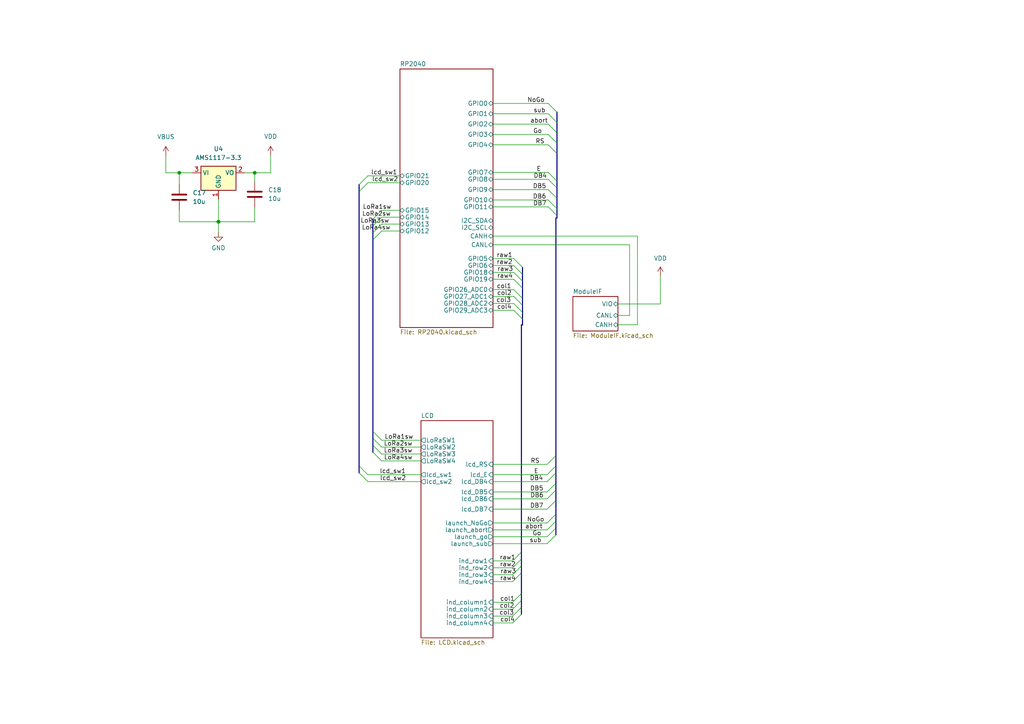
<source format=kicad_sch>
(kicad_sch (version 20231120) (generator "eeschema") (generator_version "8.0")
  (paper "A4")
  (lib_symbols
    (symbol "Device:C" (pin_numbers hide) (pin_names (offset 0.254))
      (property "Reference" "C" (at 0.635 2.54 0))
      (property "Value" "C" (at 0.635 -2.54 0))
      (symbol "C_0_1"
        (polyline (pts (xy -2.032 -0.762) (xy 2.032 -0.762)) (stroke (width 0.508)))
        (polyline (pts (xy -2.032 0.762) (xy 2.032 0.762)) (stroke (width 0.508)))
      )
      (symbol "C_1_1"
        (pin passive line (at 0 3.81 270) (length 2.794) (name "~") (number "1"))
        (pin passive line (at 0 -3.81 90) (length 2.794) (name "~") (number "2"))
      )
    )
    (symbol "Regulator_Linear:AMS1117-3.3"
      (property "Reference" "U" (at -3.81 3.175 0))
      (property "Value" "AMS1117-3.3" (at 0 3.175 0))
      (symbol "AMS1117-3.3_0_1"
        (rectangle (start -5.08 -5.08) (end 5.08 1.905) (stroke (width 0.254)) (fill (type background)))
      )
      (symbol "AMS1117-3.3_1_1"
        (pin power_in line (at 0 -7.62 90) (length 2.54) (name "GND") (number "1"))
        (pin power_out line (at 7.62 0 180) (length 2.54) (name "VO") (number "2"))
        (pin power_in line (at -7.62 0 0) (length 2.54) (name "VI") (number "3"))
      )
    )
    (symbol "power:GND" (power) (pin_numbers hide) (pin_names (offset 0) hide)
      (property "Value" "GND" (at 0 -3.81 0))
      (symbol "GND_0_1"
        (polyline (pts (xy 0 0) (xy 0 -1.27) (xy 1.27 -1.27) (xy 0 -2.54) (xy -1.27 -1.27) (xy 0 -1.27)))
      )
      (symbol "GND_1_1"
        (pin power_in line (at 0 0 270) (length 0) (name "~") (number "1"))
      )
    )
    (symbol "power:VBUS" (power) (pin_numbers hide) (pin_names (offset 0) hide)
      (property "Value" "VBUS" (at 0 3.556 0))
      (symbol "VBUS_0_1"
        (polyline (pts (xy -0.762 1.27) (xy 0 2.54)))
        (polyline (pts (xy 0 0) (xy 0 2.54)))
        (polyline (pts (xy 0 2.54) (xy 0.762 1.27)))
      )
      (symbol "VBUS_1_1"
        (pin power_in line (at 0 0 90) (length 0) (name "~") (number "1"))
      )
    )
    (symbol "power:VDD" (power) (pin_numbers hide) (pin_names (offset 0) hide)
      (property "Value" "VDD" (at 0 3.556 0))
      (symbol "VDD_0_1"
        (polyline (pts (xy -0.762 1.27) (xy 0 2.54)))
        (polyline (pts (xy 0 0) (xy 0 2.54)))
        (polyline (pts (xy 0 2.54) (xy 0.762 1.27)))
      )
      (symbol "VDD_1_1"
        (pin power_in line (at 0 0 90) (length 0) (name "~") (number "1"))
      )
    )
  )
  (junction (at 63.3558 64.321))
  (junction (at 51.9922 50.1168))
  (junction (at 63.3654 64.321))
  (junction (at 73.8799 50.1168))
  (bus_entry (at 149.0074 84) (size 2.54 2.54))
  (bus_entry (at 148.6931 178.6815) (size 2.54 -2.54))
  (bus_entry (at 158.6931 155.6815) (size 2.54 -2.54))
  (bus_entry (at 149.0179 88.0472) (size 2.54 2.54))
  (bus_entry (at 159.0074 50) (size 2.54 2.54))
  (bus_entry (at 158.6931 147.6815) (size 2.54 -2.54))
  (bus_entry (at 159.0074 33) (size 2.54 2.54))
  (bus_entry (at 110.691 61.013) (size -2.54 2.54))
  (bus_entry (at 159.0074 52) (size 2.54 2.54))
  (bus_entry (at 158.6931 153.6815) (size 2.54 -2.54))
  (bus_entry (at 158.6931 157.6815) (size 2.54 -2.54))
  (bus_entry (at 159.0074 42) (size 2.54 2.54))
  (bus_entry (at 110.6931 129.6815) (size -2.54 -2.54))
  (bus_entry (at 110.6931 65) (size -2.54 2.54))
  (bus_entry (at 110.691 63) (size -2.54 2.54))
  (bus_entry (at 106.6931 53) (size -2.54 2.54))
  (bus_entry (at 148.6931 176.6815) (size 2.54 -2.54))
  (bus_entry (at 110.6931 127.6815) (size -2.54 -2.54))
  (bus_entry (at 159.0074 30) (size 2.54 2.54))
  (bus_entry (at 106.6976 51) (size -2.54 2.54))
  (bus_entry (at 158.6931 137.6815) (size 2.54 -2.54))
  (bus_entry (at 159.0074 36) (size 2.54 2.54))
  (bus_entry (at 159.0074 58) (size 2.54 2.54))
  (bus_entry (at 110.6931 67.0272) (size -2.54 2.54))
  (bus_entry (at 148.6931 162.6815) (size 2.54 -2.54))
  (bus_entry (at 106.6931 139.6815) (size -2.54 -2.54))
  (bus_entry (at 149.0074 75) (size 2.54 2.54))
  (bus_entry (at 158.6931 151.6815) (size 2.54 -2.54))
  (bus_entry (at 149.0074 90) (size 2.54 2.54))
  (bus_entry (at 110.6931 133.6815) (size -2.54 -2.54))
  (bus_entry (at 149.0074 81) (size 2.54 2.54))
  (bus_entry (at 158.6931 134.6815) (size 2.54 -2.54))
  (bus_entry (at 148.6931 164.6815) (size 2.54 -2.54))
  (bus_entry (at 148.6931 180.6815) (size 2.54 -2.54))
  (bus_entry (at 149.0074 86) (size 2.54 2.54))
  (bus_entry (at 106.6931 137.6815) (size -2.54 -2.54))
  (bus_entry (at 148.6931 174.6815) (size 2.54 -2.54))
  (bus_entry (at 148.6931 168.6815) (size 2.54 -2.54))
  (bus_entry (at 149.0074 79) (size 2.54 2.54))
  (bus_entry (at 159.0074 55) (size 2.54 2.54))
  (bus_entry (at 148.6931 166.6815) (size 2.54 -2.54))
  (bus_entry (at 158.6931 142.6815) (size 2.54 -2.54))
  (bus_entry (at 159.0074 39) (size 2.54 2.54))
  (bus_entry (at 158.6931 144.6815) (size 2.54 -2.54))
  (bus_entry (at 149.0048 77.033) (size 2.54 2.54))
  (bus_entry (at 110.6931 131.6815) (size -2.54 -2.54))
  (bus_entry (at 159.0074 60) (size 2.54 2.54))
  (bus_entry (at 158.6931 139.6815) (size 2.54 -2.54))
  (wire (pts (xy 143 68.4837) (xy 184.8852 68.4837)))
  (bus (pts (xy 151.2331 164.1415) (xy 151.2331 166.1415)))
  (wire (pts (xy 143 30) (xy 159.0074 30)))
  (bus (pts (xy 161.5474 60.54) (xy 161.5474 62.54)))
  (bus (pts (xy 161.5474 52.54) (xy 161.5474 54.54)))
  (wire (pts (xy 143 166.6815) (xy 148.6931 166.6815)))
  (wire (pts (xy 51.9922 61.01) (xy 51.9922 64.321)))
  (bus (pts (xy 161.5474 38.54) (xy 161.5474 41.54)))
  (wire (pts (xy 184.8852 68.4837) (xy 184.8852 94.1947)))
  (wire (pts (xy 63.3558 64.321) (xy 63.3558 67.5045)))
  (bus (pts (xy 161.5474 57.54) (xy 161.5474 60.54)))
  (wire (pts (xy 110.691 61) (xy 116 61)))
  (bus (pts (xy 151.5474 86.54) (xy 151.5474 88.54)))
  (bus (pts (xy 108.151 66.8403) (xy 108.151 65.54)))
  (wire (pts (xy 182.6056 71) (xy 182.6056 91.4858)))
  (bus (pts (xy 104.1531 55.54) (xy 104.1531 135.1415)))
  (wire (pts (xy 143 50) (xy 159.0074 50)))
  (wire (pts (xy 48.0985 50.1168) (xy 48.0985 45.0469)))
  (wire (pts (xy 51.9922 50.1168) (xy 55.7454 50.1168)))
  (wire (pts (xy 143 77) (xy 148.9996 77)))
  (wire (pts (xy 143 71) (xy 182.6056 71)))
  (bus (pts (xy 151.5448 80.2215) (xy 151.5448 79.573)))
  (wire (pts (xy 143 155.6815) (xy 158.6931 155.6815)))
  (bus (pts (xy 108.1531 69.5672) (xy 108.1531 67.54)))
  (wire (pts (xy 143 142.6815) (xy 158.6931 142.6815)))
  (wire (pts (xy 143 164.6815) (xy 148.6931 164.6815)))
  (bus (pts (xy 151.2331 162.1415) (xy 151.2331 164.1415)))
  (bus (pts (xy 161.2331 142.1415) (xy 161.2331 145.1415)))
  (wire (pts (xy 143 33) (xy 159.0074 33)))
  (wire (pts (xy 110.691 63) (xy 116 63)))
  (bus (pts (xy 151.5579 90.2215) (xy 151.5579 90.5872)))
  (bus (pts (xy 151.5474 88.54) (xy 151.5474 90.2215)))
  (wire (pts (xy 143 157.6815) (xy 158.6931 157.6815)))
  (bus (pts (xy 108.1531 125.1415) (xy 108.1531 127.1415)))
  (wire (pts (xy 110.6931 67) (xy 116 67)))
  (wire (pts (xy 143 86) (xy 149.0074 86)))
  (wire (pts (xy 73.8604 60.1688) (xy 73.8799 60.1688)))
  (wire (pts (xy 143 168.6815) (xy 148.6931 168.6815)))
  (bus (pts (xy 151.5579 90.5872) (xy 151.5579 91.2215)))
  (wire (pts (xy 143 162.6815) (xy 148.6931 162.6815)))
  (wire (pts (xy 63.3654 64.321) (xy 73.8604 64.321)))
  (wire (pts (xy 73.8799 50.1168) (xy 78.4803 50.1168)))
  (wire (pts (xy 63.3558 64.321) (xy 63.3654 64.321)))
  (wire (pts (xy 148.9996 77.033) (xy 149.0048 77.033)))
  (bus (pts (xy 151.2331 166.1415) (xy 151.2331 172.1415)))
  (wire (pts (xy 73.8799 52.5488) (xy 73.8799 50.1168)))
  (wire (pts (xy 143 52) (xy 159.0074 52)))
  (bus (pts (xy 161.2331 149.1415) (xy 161.2331 151.1415)))
  (wire (pts (xy 73.8604 64.321) (xy 73.8604 60.1688)))
  (wire (pts (xy 143 139.6815) (xy 158.6931 139.6815)))
  (bus (pts (xy 151.2331 174.1415) (xy 151.2331 176.1415)))
  (wire (pts (xy 148.9996 77) (xy 148.9996 77.033)))
  (bus (pts (xy 161.5474 62.54) (xy 161.5474 63.2215)))
  (wire (pts (xy 110.6931 131.6815) (xy 122.0973 131.6815)))
  (wire (pts (xy 143 174.6815) (xy 148.6931 174.6815)))
  (bus (pts (xy 161.2331 132.1415) (xy 161.2331 135.1415)))
  (bus (pts (xy 151.5448 78.2215) (xy 151.5474 78.2215)))
  (wire (pts (xy 106.6931 139.6815) (xy 122.0973 139.6815)))
  (bus (pts (xy 104.1531 135.1415) (xy 104.1531 137.1415)))
  (wire (pts (xy 110.6931 67.0272) (xy 110.6931 67)))
  (bus (pts (xy 151.2331 176.1415) (xy 151.2331 178.1415)))
  (bus (pts (xy 151.5474 80.2215) (xy 151.5474 81.54)))
  (bus (pts (xy 161.2331 140.1415) (xy 161.2331 142.1415)))
  (wire (pts (xy 110.6931 127.6815) (xy 122.0973 127.6815)))
  (bus (pts (xy 108.1531 69.5672) (xy 108.1531 125.1415)))
  (wire (pts (xy 143 144.6815) (xy 158.6931 144.6815)))
  (wire (pts (xy 63.3654 57.7368) (xy 63.3654 64.321)))
  (bus (pts (xy 104.1576 54.54) (xy 104.1531 54.54)))
  (wire (pts (xy 110.6931 65) (xy 116 65)))
  (wire (pts (xy 143 178.6815) (xy 148.6931 178.6815)))
  (bus (pts (xy 104.1576 53.54) (xy 104.1576 54.54)))
  (bus (pts (xy 161.5474 32.54) (xy 161.5474 35.54)))
  (wire (pts (xy 143 60) (xy 159.0074 60)))
  (wire (pts (xy 143 147.6815) (xy 158.6931 147.6815)))
  (wire (pts (xy 143 180.6815) (xy 148.6931 180.6815)))
  (wire (pts (xy 149.0179 88.0472) (xy 143.9243 88)))
  (wire (pts (xy 143 88.0472) (xy 143 88)))
  (bus (pts (xy 108.1531 66.8403) (xy 108.151 66.8403)))
  (bus (pts (xy 151.5448 80.2215) (xy 151.5474 80.2215)))
  (wire (pts (xy 191.5388 88.1609) (xy 179.2264 88.1609)))
  (wire (pts (xy 143.9243 88) (xy 143 88.0472)))
  (bus (pts (xy 151.5474 83.54) (xy 151.5474 86.54)))
  (bus (pts (xy 151.5579 91.2215) (xy 151.5474 91.2215)))
  (wire (pts (xy 51.9922 64.321) (xy 63.3558 64.321)))
  (bus (pts (xy 161.5474 41.54) (xy 161.5474 44.54)))
  (wire (pts (xy 143 79) (xy 149.0074 79)))
  (bus (pts (xy 161.2331 137.1415) (xy 161.2331 140.1415)))
  (wire (pts (xy 143 134.6815) (xy 158.6931 134.6815)))
  (wire (pts (xy 106.6976 51) (xy 116 51)))
  (wire (pts (xy 179.2264 91.4858) (xy 182.6056 91.4858)))
  (wire (pts (xy 143 55) (xy 159.0074 55)))
  (wire (pts (xy 143 81) (xy 149.0074 81)))
  (wire (pts (xy 143 75) (xy 149.0074 75)))
  (wire (pts (xy 70.9854 50.1168) (xy 73.8799 50.1168)))
  (wire (pts (xy 143 42) (xy 159.0074 42)))
  (wire (pts (xy 143 36) (xy 159.0074 36)))
  (wire (pts (xy 106.6931 137.6815) (xy 122.0973 137.6815)))
  (bus (pts (xy 108.151 63.553) (xy 108.151 65.54)))
  (wire (pts (xy 143 176.6815) (xy 148.6931 176.6815)))
  (wire (pts (xy 110.6931 133.6815) (xy 122.0973 133.6815)))
  (wire (pts (xy 143 39) (xy 159.0074 39)))
  (wire (pts (xy 51.9922 53.39) (xy 51.9922 50.1168)))
  (bus (pts (xy 151.5474 94.2215) (xy 151.2331 94.2215)))
  (bus (pts (xy 151.2331 172.1415) (xy 151.2331 174.1415)))
  (wire (pts (xy 143 90) (xy 149.0074 90)))
  (wire (pts (xy 110.6931 129.6815) (xy 122.0973 129.6815)))
  (wire (pts (xy 106.6931 53) (xy 116 53)))
  (bus (pts (xy 161.5474 63.2215) (xy 161.2331 63.2215)))
  (bus (pts (xy 151.5474 92.54) (xy 151.5474 94.2215)))
  (bus (pts (xy 161.2331 63.2215) (xy 161.2331 132.1415)))
  (wire (pts (xy 143 84) (xy 149.0074 84)))
  (bus (pts (xy 161.5474 44.54) (xy 161.5474 52.54)))
  (bus (pts (xy 161.2331 135.1415) (xy 161.2331 137.1415)))
  (wire (pts (xy 191.5388 79.9955) (xy 191.5388 88.1609)))
  (bus (pts (xy 151.5579 90.2215) (xy 151.5474 90.2215)))
  (wire (pts (xy 48.0985 50.1168) (xy 51.9922 50.1168)))
  (bus (pts (xy 104.1531 54.54) (xy 104.1531 55.54)))
  (bus (pts (xy 151.2331 94.2215) (xy 151.2331 160.1415)))
  (bus (pts (xy 151.5474 91.2215) (xy 151.5474 92.54)))
  (bus (pts (xy 161.5474 54.54) (xy 161.5474 57.54)))
  (wire (pts (xy 143 151.6815) (xy 158.6931 151.6815)))
  (wire (pts (xy 110.691 61) (xy 110.691 61.013)))
  (bus (pts (xy 151.5474 77.54) (xy 151.5474 78.2215)))
  (bus (pts (xy 161.5474 35.54) (xy 161.5474 38.54)))
  (bus (pts (xy 151.5448 78.2215) (xy 151.5448 79.573)))
  (bus (pts (xy 161.2331 145.1415) (xy 161.2331 149.1415)))
  (bus (pts (xy 151.2331 160.1415) (xy 151.2331 162.1415)))
  (wire (pts (xy 143 153.6815) (xy 158.6931 153.6815)))
  (bus (pts (xy 108.1531 127.1415) (xy 108.1531 129.1415)))
  (wire (pts (xy 143 137.6815) (xy 158.6931 137.6815)))
  (bus (pts (xy 108.1531 129.1415) (xy 108.1531 131.1415)))
  (bus (pts (xy 161.2331 153.1415) (xy 161.2331 155.1415)))
  (wire (pts (xy 143 58) (xy 159.0074 58)))
  (wire (pts (xy 179.2264 94.1947) (xy 184.8852 94.1947)))
  (bus (pts (xy 161.2331 151.1415) (xy 161.2331 153.1415)))
  (wire (pts (xy 78.4803 50.1168) (xy 78.4803 44.9709)))
  (bus (pts (xy 151.5474 81.54) (xy 151.5474 83.54)))
  (bus (pts (xy 108.1531 66.8403) (xy 108.1531 67.54)))
  (label "LoRa4sw" (at 113.2764 67 180))
  (label "DB5" (at 153.7026 142.6815 0))
  (label "raw3" (at 145.0641 166.6815 0))
  (label "DB4" (at 154.7323 52 0))
  (label "RS" (at 155.2864 42 0))
  (label "DB5" (at 154.5177 55 0))
  (label "LoRa2sw" (at 113.3742 63 180))
  (label "lcd_sw1" (at 110.0917 137.6815 0))
  (label "lcd_sw2" (at 107.8674 53 0))
  (label "LoRa3sw" (at 119.6576 131.6815 180))
  (label "raw4" (at 144.1239 81 0))
  (label "col2" (at 144.1239 86 0))
  (label "LoRa2sw" (at 119.6576 129.6815 180))
  (label "LoRa1sw" (at 119.8854 127.6815 180))
  (label "col4" (at 145.0641 180.6815 0))
  (label "LoRa3sw" (at 112.9051 65 180))
  (label "col3" (at 144.7979 178.6815 0))
  (label "col2" (at 144.8866 176.6815 0))
  (label "NoGo" (at 152.8048 151.6815 0))
  (label "DB6" (at 154.5177 58 0))
  (label "abort" (at 152.2683 153.6815 0))
  (label "NoGo" (at 152.9045 30 0))
  (label "RS" (at 153.8573 134.6815 0))
  (label "raw2" (at 144.931 164.6815 0))
  (label "LoRa1sw" (at 113.54 61 180))
  (label "sub" (at 153.556 157.6815 0))
  (label "col1" (at 145.0198 174.6815 0))
  (label "sub" (at 154.7287 33 0))
  (label "DB7" (at 154.5892 60 0))
  (label "raw2" (at 144 77 0))
  (label "raw1" (at 144.8866 162.6815 0))
  (label "lcd_sw1" (at 107.6011 51 0))
  (label "col4" (at 144.1239 90 0))
  (label "raw3" (at 144.1905 79 0))
  (label "E" (at 155.5907 50 0))
  (label "DB7" (at 153.7026 147.6815 0))
  (label "Go" (at 154.6214 39 0))
  (label "DB6" (at 153.7741 144.6815 0))
  (label "Go" (at 154.4144 155.6815 0))
  (label "lcd_sw2" (at 110.1582 139.6815 0))
  (label "abort" (at 153.763 36 0))
  (label "col1" (at 144.0351 84 0))
  (label "col3" (at 143.9243 88 0))
  (label "LoRa4sw" (at 119.697 133.6815 180))
  (label "DB4" (at 153.6311 139.6815 0))
  (label "raw1" (at 143.9907 75 0))
  (label "E" (at 154.8472 137.6815 0))
  (label "raw4" (at 144.9754 168.6815 0))
  (symbol (lib_id "Device:C") (at 73.8799 56.3588 0) (unit 1)
    (property "Reference" "C18" (at 77.755 55.0887 0) (effects (justify left)))
    (property "Value" "10u" (at 77.755 57.6287 0) (effects (justify left)))
    (property "Footprint" "Capacitor_SMD:C_0603_1608Metric" (effects (hide yes)))
    (property "Description" "Unpolarized capacitor" (effects (hide yes)))
    (property "LCSC" "C96446" (effects (hide yes)))
  )
  (symbol (lib_id "Regulator_Linear:AMS1117-3.3") (at 63.3654 50.1168 0) (unit 1)
    (property "Reference" "U4" (at 63.3654 43.18 0))
    (property "Value" "AMS1117-3.3" (at 63.3654 45.72 0))
    (property "Footprint" "Package_TO_SOT_SMD:SOT-223-3_TabPin2" (effects (hide yes)))
    (property "Datasheet" "http://www.advanced-monolithic.com/pdf/ds1117.pdf" (effects (hide yes)))
    (property "Description" "1A Low Dropout regulator, positive, 3.3V fixed output, SOT-223" (effects (hide yes)))
    (property "LCSC" "C6186" (effects (hide yes)))
  )
  (symbol (lib_id "power:VDD") (at 191.5388 79.9955 0) (unit 1)
    (property "Reference" "#PWR038" (effects (hide yes)))
    (property "Value" "VDD" (at 191.5388 74.93 0))
    (property "Description" "Power symbol creates a global label with name \"VDD\"" (effects (hide yes)))
  )
  (symbol (lib_id "power:GND") (at 63.3558 67.5045 0) (unit 1)
    (property "Reference" "#PWR040" (effects (hide yes)))
    (property "Value" "GND" (at 63.3558 71.9138 0))
    (property "Description" "Power symbol creates a global label with name \"GND\" , ground" (effects (hide yes)))
  )
  (symbol (lib_id "power:VDD") (at 78.4803 44.9709 0) (unit 1)
    (property "Reference" "#PWR041" (effects (hide yes)))
    (property "Value" "VDD" (at 78.4803 39.5721 0))
    (property "Description" "Power symbol creates a global label with name \"VDD\"" (effects (hide yes)))
  )
  (symbol (lib_id "Device:C") (at 51.9922 57.2 0) (unit 1)
    (property "Reference" "C17" (at 55.8673 55.9299 0) (effects (justify left)))
    (property "Value" "10u" (at 55.8673 58.4699 0) (effects (justify left)))
    (property "Footprint" "Capacitor_SMD:C_0603_1608Metric" (effects (hide yes)))
    (property "Description" "Unpolarized capacitor" (effects (hide yes)))
    (property "LCSC" "C96446" (effects (hide yes)))
  )
  (symbol (lib_id "power:VBUS") (at 48.0985 45.0469 0) (unit 1)
    (property "Reference" "#PWR039" (effects (hide yes)))
    (property "Value" "VBUS" (at 48.0985 39.6693 0))
    (property "Description" "Power symbol creates a global label with name \"VBUS\"" (effects (hide yes)))
  )
  (sheet (at 122.0973 122) (size 20.9027 63) (stroke (width 0.1524))
    (property "Sheetname" "LCD" (at 122.0973 121.2884 0) (effects (justify left bottom)))
    (property "Sheetfile" "LCD.kicad_sch" (at 122.0973 185.5846 0) (effects (justify left top)))
    (pin "ind_row1" input (at 143 162.6815 0))
    (pin "lcd_RS" input (at 143 134.6815 0))
    (pin "lcd_E" input (at 143 137.6815 0))
    (pin "lcd_DB7" input (at 143 147.6815 0))
    (pin "lcd_DB4" input (at 143 139.6815 0))
    (pin "lcd_DB6" input (at 143 144.6815 0))
    (pin "ind_row4" input (at 143 168.6815 0))
    (pin "ind_row3" input (at 143 166.6815 0))
    (pin "ind_row2" input (at 143 164.6815 0))
    (pin "ind_column2" input (at 143 176.6815 0))
    (pin "ind_column3" input (at 143 178.6815 0))
    (pin "ind_column4" input (at 143 180.6815 0))
    (pin "ind_column1" input (at 143 174.6815 0))
    (pin "lcd_DB5" input (at 143 142.6815 0))
    (pin "LoRaSW2" output (at 122.0973 129.6815 180))
    (pin "LoRaSW1" output (at 122.0973 127.6815 180))
    (pin "LoRaSW3" output (at 122.0973 131.6815 180))
    (pin "LoRaSW4" output (at 122.0973 133.6815 180))
    (pin "lcd_sw1" output (at 122.0973 137.6815 180))
    (pin "lcd_sw2" output (at 122.0973 139.6815 180))
    (pin "launch_sub" output (at 143 157.6815 0))
    (pin "launch_abort" output (at 143 153.6815 0))
    (pin "launch_go" output (at 143 155.6815 0))
    (pin "launch_NoGo" output (at 143 151.6815 0))
  )
  (sheet (at 116 20) (size 27 75) (stroke (width 0.1524))
    (property "Sheetname" "RP2040" (at 116 19.2884 0) (effects (justify left bottom)))
    (property "Sheetfile" "RP2040.kicad_sch" (at 116 95.5846 0) (effects (justify left top)))
    (pin "GPIO4" bidirectional (at 143 42 0))
    (pin "GPIO1" bidirectional (at 143 33 0))
    (pin "GPIO0" bidirectional (at 143 30 0))
    (pin "GPIO3" bidirectional (at 143 39 0))
    (pin "GPIO2" bidirectional (at 143 36 0))
    (pin "GPIO5" bidirectional (at 143 75 0))
    (pin "GPIO6" bidirectional (at 143 77 0))
    (pin "GPIO7" bidirectional (at 143 50 0))
    (pin "GPIO8" bidirectional (at 143 52 0))
    (pin "CANH" bidirectional (at 143 68.4837 0))
    (pin "CANL" bidirectional (at 143 71 0))
    (pin "GPIO21" bidirectional (at 116 51 180))
    (pin "GPIO20" bidirectional (at 116 53 180))
    (pin "GPIO19" bidirectional (at 143 81 0))
    (pin "GPIO18" bidirectional (at 143 79 0))
    (pin "GPIO15" bidirectional (at 116 61 180))
    (pin "GPIO14" bidirectional (at 116 63 180))
    (pin "GPIO28_ADC2" bidirectional (at 143 88 0))
    (pin "GPIO27_ADC1" bidirectional (at 143 86 0))
    (pin "GPIO29_ADC3" bidirectional (at 143 90 0))
    (pin "GPIO26_ADC0" bidirectional (at 143 84 0))
    (pin "GPIO13" bidirectional (at 116 65 180))
    (pin "GPIO9" bidirectional (at 143 55 0))
    (pin "GPIO10" bidirectional (at 143 58 0))
    (pin "GPIO11" bidirectional (at 143 60 0))
    (pin "GPIO12" bidirectional (at 116 67 180))
    (pin "I2C_SDA" bidirectional (at 143 64 0))
    (pin "I2C_SCL" bidirectional (at 143 66 0))
  )
  (sheet (at 166.1522 86) (size 13.0742 10) (stroke (width 0.1524))
    (property "Sheetname" "ModuleIF" (at 166.1522 85.2884 0) (effects (justify left bottom)))
    (property "Sheetfile" "ModuleIF.kicad_sch" (at 166.1522 96.5846 0) (effects (justify left top)))
    (pin "CANL" bidirectional (at 179.2264 91.4858 0))
    (pin "CANH" bidirectional (at 179.2264 94.1947 0))
    (pin "VIO" bidirectional (at 179.2264 88.1609 0))
  )
)
</source>
